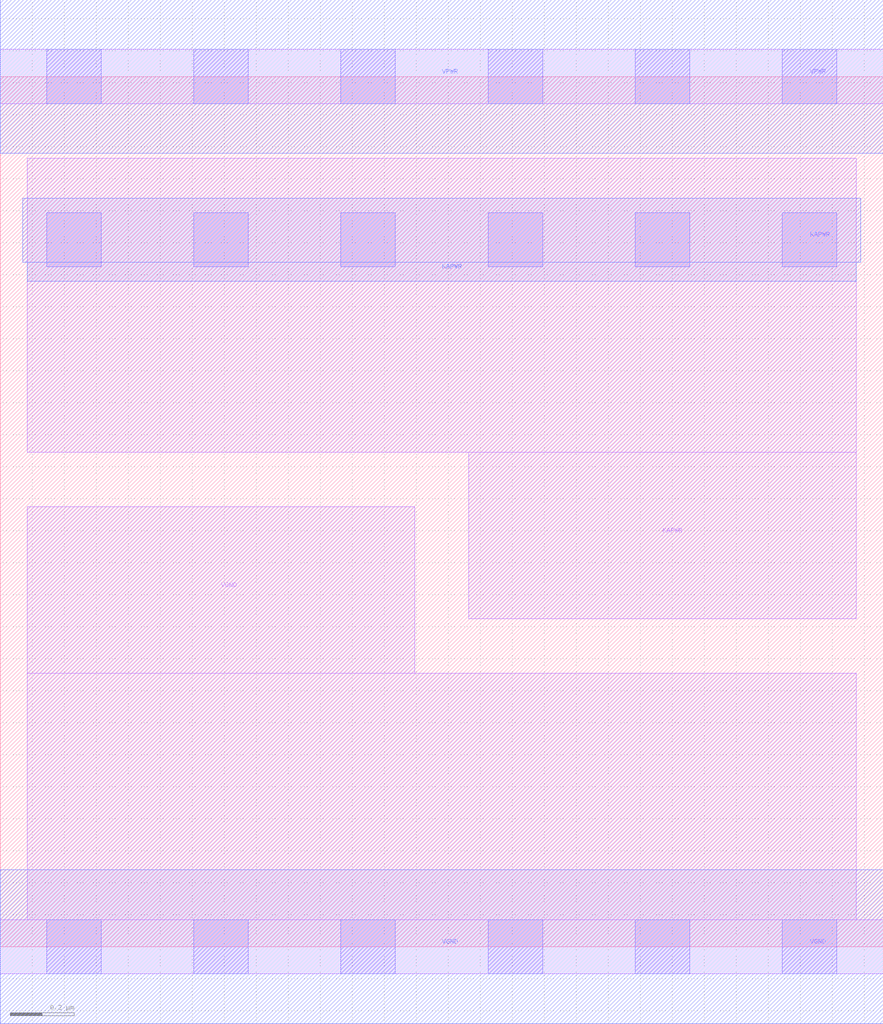
<source format=lef>
# Copyright 2020 The SkyWater PDK Authors
#
# Licensed under the Apache License, Version 2.0 (the "License");
# you may not use this file except in compliance with the License.
# You may obtain a copy of the License at
#
#     https://www.apache.org/licenses/LICENSE-2.0
#
# Unless required by applicable law or agreed to in writing, software
# distributed under the License is distributed on an "AS IS" BASIS,
# WITHOUT WARRANTIES OR CONDITIONS OF ANY KIND, either express or implied.
# See the License for the specific language governing permissions and
# limitations under the License.
#
# SPDX-License-Identifier: Apache-2.0

VERSION 5.7 ;
  NAMESCASESENSITIVE ON ;
  NOWIREEXTENSIONATPIN ON ;
  DIVIDERCHAR "/" ;
  BUSBITCHARS "[]" ;
UNITS
  DATABASE MICRONS 200 ;
END UNITS
MACRO sky130_fd_sc_hd__lpflow_decapkapwr_6
  CLASS CORE ;
  SOURCE USER ;
  FOREIGN sky130_fd_sc_hd__lpflow_decapkapwr_6 ;
  ORIGIN  0.000000  0.000000 ;
  SIZE  2.760000 BY  2.720000 ;
  SYMMETRY X Y R90 ;
  SITE unithd ;
  PIN KAPWR
    DIRECTION INOUT ;
    SHAPE ABUTMENT ;
    USE POWER ;
    PORT
      LAYER li1 ;
        RECT 0.085000 1.545000 2.675000 2.465000 ;
        RECT 1.465000 1.025000 2.675000 1.545000 ;
      LAYER mcon ;
        RECT 0.145000 2.125000 0.315000 2.295000 ;
        RECT 0.605000 2.125000 0.775000 2.295000 ;
        RECT 1.065000 2.125000 1.235000 2.295000 ;
        RECT 1.525000 2.125000 1.695000 2.295000 ;
        RECT 1.985000 2.125000 2.155000 2.295000 ;
        RECT 2.445000 2.125000 2.615000 2.295000 ;
      LAYER met1 ;
        RECT 0.070000 2.140000 2.690000 2.340000 ;
        RECT 0.085000 2.080000 2.675000 2.140000 ;
    END
  END KAPWR
  PIN VGND
    DIRECTION INOUT ;
    SHAPE ABUTMENT ;
    USE GROUND ;
    PORT
      LAYER li1 ;
        RECT 0.000000 -0.085000 2.760000 0.085000 ;
        RECT 0.085000  0.085000 2.675000 0.855000 ;
        RECT 0.085000  0.855000 1.295000 1.375000 ;
      LAYER mcon ;
        RECT 0.145000 -0.085000 0.315000 0.085000 ;
        RECT 0.605000 -0.085000 0.775000 0.085000 ;
        RECT 1.065000 -0.085000 1.235000 0.085000 ;
        RECT 1.525000 -0.085000 1.695000 0.085000 ;
        RECT 1.985000 -0.085000 2.155000 0.085000 ;
        RECT 2.445000 -0.085000 2.615000 0.085000 ;
      LAYER met1 ;
        RECT 0.000000 -0.240000 2.760000 0.240000 ;
    END
  END VGND
  PIN VPWR
    DIRECTION INOUT ;
    SHAPE ABUTMENT ;
    USE POWER ;
    PORT
      LAYER li1 ;
        RECT 0.000000 2.635000 2.760000 2.805000 ;
      LAYER mcon ;
        RECT 0.145000 2.635000 0.315000 2.805000 ;
        RECT 0.605000 2.635000 0.775000 2.805000 ;
        RECT 1.065000 2.635000 1.235000 2.805000 ;
        RECT 1.525000 2.635000 1.695000 2.805000 ;
        RECT 1.985000 2.635000 2.155000 2.805000 ;
        RECT 2.445000 2.635000 2.615000 2.805000 ;
      LAYER met1 ;
        RECT 0.000000 2.480000 2.760000 2.960000 ;
    END
  END VPWR
END sky130_fd_sc_hd__lpflow_decapkapwr_6

</source>
